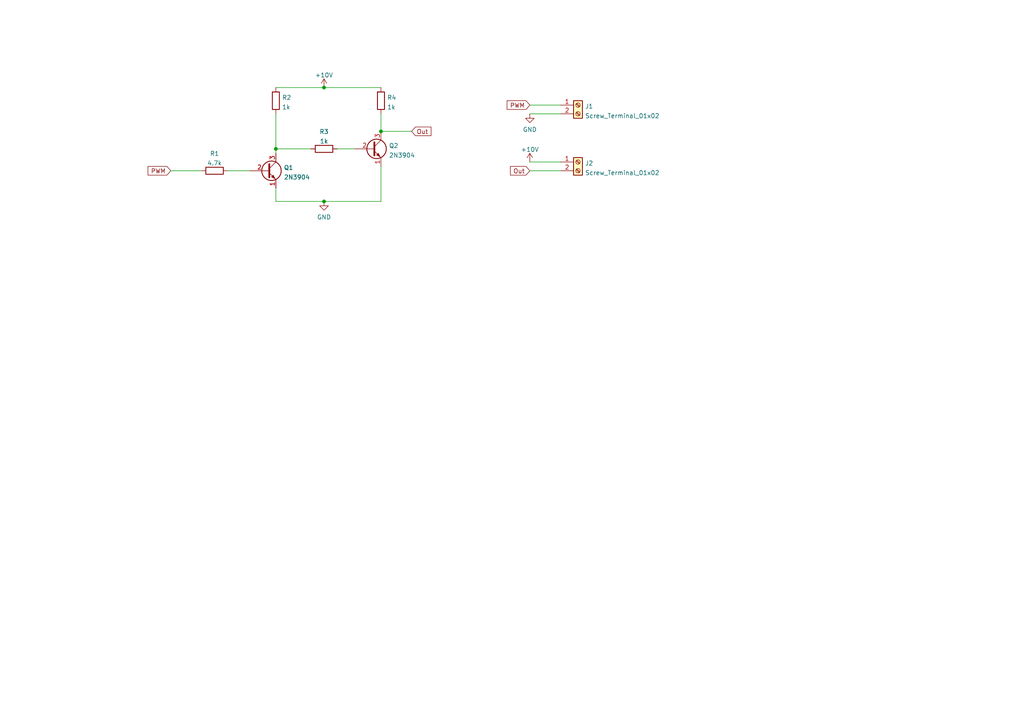
<source format=kicad_sch>
(kicad_sch (version 20211123) (generator eeschema)
  (paper "A4")
  (lib_symbols
    (symbol "Connector:Screw_Terminal_01x02" (pin_names (offset 1.016) hide)
      (property "Reference" "J" (at 0 2.54 0))
      (property "Value" "Screw_Terminal_01x02" (at 0 -5.08 0))
      (symbol "Screw_Terminal_01x02_1_1"
        (rectangle (start -1.27 1.27) (end 1.27 -3.81) (stroke (width 0.254)) (fill (type background)))
        (circle (center 0 -2.54) (radius 0.635) (stroke (width 0.1524)))
        (polyline (pts (xy -0.5334 -2.2098) (xy 0.3302 -3.048)) (stroke (width 0.1524)))
        (polyline (pts (xy -0.5334 0.3302) (xy 0.3302 -0.508)) (stroke (width 0.1524)))
        (polyline (pts (xy -0.3556 -2.032) (xy 0.508 -2.8702)) (stroke (width 0.1524)))
        (polyline (pts (xy -0.3556 0.508) (xy 0.508 -0.3302)) (stroke (width 0.1524)))
        (circle (center 0 0) (radius 0.635) (stroke (width 0.1524)))
        (pin passive line (at -5.08 0 0) (length 3.81) (name "Pin_1") (number "1"))
        (pin passive line (at -5.08 -2.54 0) (length 3.81) (name "Pin_2") (number "2"))
      )
    )
    (symbol "Device:R" (pin_numbers hide) (pin_names (offset 0))
      (property "Reference" "R" (at 2.032 0 90))
      (property "Value" "R" (at 0 0 90))
      (symbol "R_0_1"
        (rectangle (start -1.016 -2.54) (end 1.016 2.54) (stroke (width 0.254)))
      )
      (symbol "R_1_1"
        (pin passive line (at 0 3.81 270) (length 1.27) (name "~") (number "1"))
        (pin passive line (at 0 -3.81 90) (length 1.27) (name "~") (number "2"))
      )
    )
    (symbol "Transistor_BJT:2N3904" (pin_names (offset 0) hide)
      (property "Reference" "Q" (at 5.08 1.905 0))
      (property "Value" "2N3904" (at 5.08 0 0))
      (symbol "2N3904_0_1"
        (polyline (pts (xy 0.635 0.635) (xy 2.54 2.54)))
        (polyline (pts (xy 0.635 -0.635) (xy 2.54 -2.54) (xy 2.54 -2.54)))
        (polyline (pts (xy 0.635 1.905) (xy 0.635 -1.905) (xy 0.635 -1.905)) (stroke (width 0.508)))
        (polyline (pts (xy 1.27 -1.778) (xy 1.778 -1.27) (xy 2.286 -2.286) (xy 1.27 -1.778) (xy 1.27 -1.778)) (fill (type outline)))
        (circle (center 1.27 0) (radius 2.8194) (stroke (width 0.254)))
      )
      (symbol "2N3904_1_1"
        (pin passive line (at 2.54 -5.08 90) (length 2.54) (name "E") (number "1"))
        (pin passive line (at -5.08 0 0) (length 5.715) (name "B") (number "2"))
        (pin passive line (at 2.54 5.08 270) (length 2.54) (name "C") (number "3"))
      )
    )
    (symbol "power:+10V" (power) (pin_names (offset 0))
      (property "Value" "+10V" (at 0 3.556 0))
      (symbol "+10V_0_1"
        (polyline (pts (xy -0.762 1.27) (xy 0 2.54)))
        (polyline (pts (xy 0 0) (xy 0 2.54)))
        (polyline (pts (xy 0 2.54) (xy 0.762 1.27)))
      )
      (symbol "+10V_1_1"
        (pin power_in line (at 0 0 90) (length 0) hide (name "+10V") (number "1"))
      )
    )
    (symbol "power:GND" (power) (pin_names (offset 0))
      (property "Value" "GND" (at 0 -3.81 0))
      (symbol "GND_0_1"
        (polyline (pts (xy 0 0) (xy 0 -1.27) (xy 1.27 -1.27) (xy 0 -2.54) (xy -1.27 -1.27) (xy 0 -1.27)))
      )
      (symbol "GND_1_1"
        (pin power_in line (at 0 0 270) (length 0) hide (name "GND") (number "1"))
      )
    )
  )
  (junction (at 93.98 25.4))
  (junction (at 93.98 58.42))
  (junction (at 110.49 38.1))
  (junction (at 80.01 43.18))
  (wire (pts (xy 80.01 58.42) (xy 93.98 58.42)))
  (wire (pts (xy 80.01 33.02) (xy 80.01 43.18)))
  (wire (pts (xy 110.49 38.1) (xy 119.38 38.1)))
  (wire (pts (xy 80.01 54.61) (xy 80.01 58.42)))
  (wire (pts (xy 97.79 43.18) (xy 102.87 43.18)))
  (wire (pts (xy 80.01 44.45) (xy 80.01 43.18)))
  (wire (pts (xy 153.67 30.48) (xy 162.56 30.48)))
  (wire (pts (xy 66.04 49.53) (xy 72.39 49.53)))
  (wire (pts (xy 153.67 46.99) (xy 162.56 46.99)))
  (wire (pts (xy 80.01 25.4) (xy 93.98 25.4)))
  (wire (pts (xy 110.49 58.42) (xy 93.98 58.42)))
  (wire (pts (xy 110.49 33.02) (xy 110.49 38.1)))
  (wire (pts (xy 110.49 48.26) (xy 110.49 58.42)))
  (wire (pts (xy 153.67 49.53) (xy 162.56 49.53)))
  (wire (pts (xy 93.98 25.4) (xy 110.49 25.4)))
  (wire (pts (xy 80.01 43.18) (xy 90.17 43.18)))
  (wire (pts (xy 49.53 49.53) (xy 58.42 49.53)))
  (wire (pts (xy 153.67 33.02) (xy 162.56 33.02)))
  (global_label "Out" (shape input) (at 119.38 38.1 0) (property "Intersheet References" "${INTERSHEET_REFS}" (effects hide)))
  (global_label "PWM" (shape input) (at 153.67 30.48 180) (property "Intersheet References" "${INTERSHEET_REFS}" (effects hide)))
  (global_label "Out" (shape input) (at 153.67 49.53 180) (property "Intersheet References" "${INTERSHEET_REFS}" (effects hide)))
  (global_label "PWM" (shape input) (at 49.53 49.53 180) (property "Intersheet References" "${INTERSHEET_REFS}" (effects hide)))
  (symbol (lib_id "Device:R") (at 93.98 43.18 90) (unit 1)
    (property "Reference" "R3" (at 93.98 38.1975 90))
    (property "Value" "1k" (at 93.98 40.9726 90))
    (property "Footprint" "Resistor_THT:R_Axial_DIN0207_L6.3mm_D2.5mm_P10.16mm_Horizontal" (effects hide))
  )
  (symbol (lib_id "power:+10V") (at 153.67 46.99 0) (unit 1)
    (property "Reference" "#PWR0104" (effects hide))
    (property "Value" "+10V" (at 153.67 43.3855 0))
  )
  (symbol (lib_id "Connector:Screw_Terminal_01x02") (at 167.64 30.48 0) (unit 1)
    (property "Reference" "J1" (at 169.672 30.8415 0) (effects (justify left)))
    (property "Value" "Screw_Terminal_01x02" (at 169.672 33.6166 0) (effects (justify left)))
    (property "Footprint" "TerminalBlock_4Ucon:TerminalBlock_4Ucon_1x02_P3.50mm_Vertical" (effects hide))
  )
  (symbol (lib_id "Transistor_BJT:2N3904") (at 77.47 49.53 0) (unit 1)
    (property "Reference" "Q1" (at 82.3214 48.6215 0) (effects (justify left)))
    (property "Value" "2N3904" (at 82.3214 51.3966 0) (effects (justify left)))
    (property "Footprint" "Package_TO_SOT_THT:TO-92_Inline" (effects hide))
    (property "Datasheet" "https://www.onsemi.com/pub/Collateral/2N3903-D.PDF" (effects hide))
  )
  (symbol (lib_id "Device:R") (at 110.49 29.21 180) (unit 1)
    (property "Reference" "R4" (at 112.268 28.3015 0) (effects (justify right)))
    (property "Value" "1k" (at 112.268 31.0766 0) (effects (justify right)))
    (property "Footprint" "Resistor_THT:R_Axial_DIN0207_L6.3mm_D2.5mm_P10.16mm_Horizontal" (effects hide))
  )
  (symbol (lib_id "Device:R") (at 80.01 29.21 180) (unit 1)
    (property "Reference" "R2" (at 81.788 28.3015 0) (effects (justify right)))
    (property "Value" "1k" (at 81.788 31.0766 0) (effects (justify right)))
    (property "Footprint" "Resistor_THT:R_Axial_DIN0207_L6.3mm_D2.5mm_P10.16mm_Horizontal" (effects hide))
  )
  (symbol (lib_id "Device:R") (at 62.23 49.53 90) (unit 1)
    (property "Reference" "R1" (at 62.23 44.5475 90))
    (property "Value" "4.7k" (at 62.23 47.3226 90))
    (property "Footprint" "Resistor_THT:R_Axial_DIN0207_L6.3mm_D2.5mm_P10.16mm_Horizontal" (effects hide))
  )
  (symbol (lib_id "power:GND") (at 153.67 33.02 0) (unit 1)
    (property "Reference" "#PWR0101" (effects hide))
    (property "Value" "GND" (at 153.67 37.5825 0))
  )
  (symbol (lib_id "Transistor_BJT:2N3904") (at 107.95 43.18 0) (unit 1)
    (property "Reference" "Q2" (at 112.8014 42.2715 0) (effects (justify left)))
    (property "Value" "2N3904" (at 112.8014 45.0466 0) (effects (justify left)))
    (property "Footprint" "Package_TO_SOT_THT:TO-92_Inline" (effects hide))
    (property "Datasheet" "https://www.onsemi.com/pub/Collateral/2N3903-D.PDF" (effects hide))
  )
  (symbol (lib_id "power:+10V") (at 93.98 25.4 0) (unit 1)
    (property "Reference" "#PWR0103" (effects hide))
    (property "Value" "+10V" (at 93.98 21.7955 0))
  )
  (symbol (lib_id "power:GND") (at 93.98 58.42 0) (unit 1)
    (property "Reference" "#PWR0102" (effects hide))
    (property "Value" "GND" (at 93.98 62.9825 0))
  )
  (symbol (lib_id "Connector:Screw_Terminal_01x02") (at 167.64 46.99 0) (unit 1)
    (property "Reference" "J2" (at 169.672 47.3515 0) (effects (justify left)))
    (property "Value" "Screw_Terminal_01x02" (at 169.672 50.1266 0) (effects (justify left)))
    (property "Footprint" "TerminalBlock_4Ucon:TerminalBlock_4Ucon_1x02_P3.50mm_Vertical" (effects hide))
  )
)
</source>
